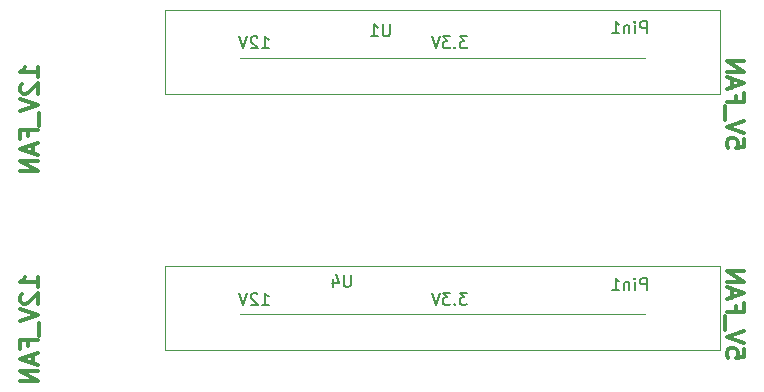
<source format=gbr>
%TF.GenerationSoftware,KiCad,Pcbnew,(5.1.10)-1*%
%TF.CreationDate,2021-07-16T07:11:48+08:00*%
%TF.ProjectId,2.5_SAS_Backend,322e355f-5341-4535-9f42-61636b656e64,rev?*%
%TF.SameCoordinates,Original*%
%TF.FileFunction,Legend,Bot*%
%TF.FilePolarity,Positive*%
%FSLAX46Y46*%
G04 Gerber Fmt 4.6, Leading zero omitted, Abs format (unit mm)*
G04 Created by KiCad (PCBNEW (5.1.10)-1) date 2021-07-16 07:11:48*
%MOMM*%
%LPD*%
G01*
G04 APERTURE LIST*
%ADD10C,0.300000*%
%ADD11C,0.120000*%
%ADD12C,0.150000*%
G04 APERTURE END LIST*
D10*
X37508571Y-35798571D02*
X37508571Y-34941428D01*
X37508571Y-35370000D02*
X36008571Y-35370000D01*
X36222857Y-35227142D01*
X36365714Y-35084285D01*
X36437142Y-34941428D01*
X36151428Y-36370000D02*
X36080000Y-36441428D01*
X36008571Y-36584285D01*
X36008571Y-36941428D01*
X36080000Y-37084285D01*
X36151428Y-37155714D01*
X36294285Y-37227142D01*
X36437142Y-37227142D01*
X36651428Y-37155714D01*
X37508571Y-36298571D01*
X37508571Y-37227142D01*
X36008571Y-37655714D02*
X37508571Y-38155714D01*
X36008571Y-38655714D01*
X37651428Y-38798571D02*
X37651428Y-39941428D01*
X36722857Y-40798571D02*
X36722857Y-40298571D01*
X37508571Y-40298571D02*
X36008571Y-40298571D01*
X36008571Y-41012857D01*
X37080000Y-41512857D02*
X37080000Y-42227142D01*
X37508571Y-41370000D02*
X36008571Y-41870000D01*
X37508571Y-42370000D01*
X37508571Y-42870000D02*
X36008571Y-42870000D01*
X37508571Y-43727142D01*
X36008571Y-43727142D01*
X37508571Y-53578571D02*
X37508571Y-52721428D01*
X37508571Y-53150000D02*
X36008571Y-53150000D01*
X36222857Y-53007142D01*
X36365714Y-52864285D01*
X36437142Y-52721428D01*
X36151428Y-54150000D02*
X36080000Y-54221428D01*
X36008571Y-54364285D01*
X36008571Y-54721428D01*
X36080000Y-54864285D01*
X36151428Y-54935714D01*
X36294285Y-55007142D01*
X36437142Y-55007142D01*
X36651428Y-54935714D01*
X37508571Y-54078571D01*
X37508571Y-55007142D01*
X36008571Y-55435714D02*
X37508571Y-55935714D01*
X36008571Y-56435714D01*
X37651428Y-56578571D02*
X37651428Y-57721428D01*
X36722857Y-58578571D02*
X36722857Y-58078571D01*
X37508571Y-58078571D02*
X36008571Y-58078571D01*
X36008571Y-58792857D01*
X37080000Y-59292857D02*
X37080000Y-60007142D01*
X37508571Y-59150000D02*
X36008571Y-59650000D01*
X37508571Y-60150000D01*
X37508571Y-60650000D02*
X36008571Y-60650000D01*
X37508571Y-61507142D01*
X36008571Y-61507142D01*
X97341428Y-58808571D02*
X97341428Y-59522857D01*
X96627142Y-59594285D01*
X96698571Y-59522857D01*
X96770000Y-59380000D01*
X96770000Y-59022857D01*
X96698571Y-58880000D01*
X96627142Y-58808571D01*
X96484285Y-58737142D01*
X96127142Y-58737142D01*
X95984285Y-58808571D01*
X95912857Y-58880000D01*
X95841428Y-59022857D01*
X95841428Y-59380000D01*
X95912857Y-59522857D01*
X95984285Y-59594285D01*
X97341428Y-58308571D02*
X95841428Y-57808571D01*
X97341428Y-57308571D01*
X95698571Y-57165714D02*
X95698571Y-56022857D01*
X96627142Y-55165714D02*
X96627142Y-55665714D01*
X95841428Y-55665714D02*
X97341428Y-55665714D01*
X97341428Y-54951428D01*
X96270000Y-54451428D02*
X96270000Y-53737142D01*
X95841428Y-54594285D02*
X97341428Y-54094285D01*
X95841428Y-53594285D01*
X95841428Y-53094285D02*
X97341428Y-53094285D01*
X95841428Y-52237142D01*
X97341428Y-52237142D01*
X97341428Y-41028571D02*
X97341428Y-41742857D01*
X96627142Y-41814285D01*
X96698571Y-41742857D01*
X96770000Y-41600000D01*
X96770000Y-41242857D01*
X96698571Y-41100000D01*
X96627142Y-41028571D01*
X96484285Y-40957142D01*
X96127142Y-40957142D01*
X95984285Y-41028571D01*
X95912857Y-41100000D01*
X95841428Y-41242857D01*
X95841428Y-41600000D01*
X95912857Y-41742857D01*
X95984285Y-41814285D01*
X97341428Y-40528571D02*
X95841428Y-40028571D01*
X97341428Y-39528571D01*
X95698571Y-39385714D02*
X95698571Y-38242857D01*
X96627142Y-37385714D02*
X96627142Y-37885714D01*
X95841428Y-37885714D02*
X97341428Y-37885714D01*
X97341428Y-37171428D01*
X96270000Y-36671428D02*
X96270000Y-35957142D01*
X95841428Y-36814285D02*
X97341428Y-36314285D01*
X95841428Y-35814285D01*
X95841428Y-35314285D02*
X97341428Y-35314285D01*
X95841428Y-34457142D01*
X97341428Y-34457142D01*
D11*
%TO.C,U1*%
X48260000Y-36703000D02*
X48260000Y-31623000D01*
X48260000Y-31623000D02*
X48260000Y-30099000D01*
X48260000Y-30099000D02*
X95250000Y-30099000D01*
X95250000Y-30099000D02*
X95250000Y-37211000D01*
X95250000Y-37211000D02*
X48260000Y-37211000D01*
X48260000Y-37211000D02*
X48260000Y-36703000D01*
X54610000Y-34163000D02*
X88900000Y-34163000D01*
%TO.C,U4*%
X48260000Y-58420000D02*
X48260000Y-53340000D01*
X48260000Y-53340000D02*
X48260000Y-51816000D01*
X48260000Y-51816000D02*
X95250000Y-51816000D01*
X95250000Y-51816000D02*
X95250000Y-58928000D01*
X95250000Y-58928000D02*
X48260000Y-58928000D01*
X48260000Y-58928000D02*
X48260000Y-58420000D01*
X54610000Y-55880000D02*
X88900000Y-55880000D01*
%TO.C,U1*%
D12*
X67309904Y-31329380D02*
X67309904Y-32138904D01*
X67262285Y-32234142D01*
X67214666Y-32281761D01*
X67119428Y-32329380D01*
X66928952Y-32329380D01*
X66833714Y-32281761D01*
X66786095Y-32234142D01*
X66738476Y-32138904D01*
X66738476Y-31329380D01*
X65738476Y-32329380D02*
X66309904Y-32329380D01*
X66024190Y-32329380D02*
X66024190Y-31329380D01*
X66119428Y-31472238D01*
X66214666Y-31567476D01*
X66309904Y-31615095D01*
X56499047Y-33345380D02*
X57070476Y-33345380D01*
X56784761Y-33345380D02*
X56784761Y-32345380D01*
X56880000Y-32488238D01*
X56975238Y-32583476D01*
X57070476Y-32631095D01*
X56118095Y-32440619D02*
X56070476Y-32393000D01*
X55975238Y-32345380D01*
X55737142Y-32345380D01*
X55641904Y-32393000D01*
X55594285Y-32440619D01*
X55546666Y-32535857D01*
X55546666Y-32631095D01*
X55594285Y-32773952D01*
X56165714Y-33345380D01*
X55546666Y-33345380D01*
X55260952Y-32345380D02*
X54927619Y-33345380D01*
X54594285Y-32345380D01*
X73866190Y-32345380D02*
X73247142Y-32345380D01*
X73580476Y-32726333D01*
X73437619Y-32726333D01*
X73342380Y-32773952D01*
X73294761Y-32821571D01*
X73247142Y-32916809D01*
X73247142Y-33154904D01*
X73294761Y-33250142D01*
X73342380Y-33297761D01*
X73437619Y-33345380D01*
X73723333Y-33345380D01*
X73818571Y-33297761D01*
X73866190Y-33250142D01*
X72818571Y-33250142D02*
X72770952Y-33297761D01*
X72818571Y-33345380D01*
X72866190Y-33297761D01*
X72818571Y-33250142D01*
X72818571Y-33345380D01*
X72437619Y-32345380D02*
X71818571Y-32345380D01*
X72151904Y-32726333D01*
X72009047Y-32726333D01*
X71913809Y-32773952D01*
X71866190Y-32821571D01*
X71818571Y-32916809D01*
X71818571Y-33154904D01*
X71866190Y-33250142D01*
X71913809Y-33297761D01*
X72009047Y-33345380D01*
X72294761Y-33345380D01*
X72390000Y-33297761D01*
X72437619Y-33250142D01*
X71532857Y-32345380D02*
X71199523Y-33345380D01*
X70866190Y-32345380D01*
X89058571Y-32075380D02*
X89058571Y-31075380D01*
X88677619Y-31075380D01*
X88582380Y-31123000D01*
X88534761Y-31170619D01*
X88487142Y-31265857D01*
X88487142Y-31408714D01*
X88534761Y-31503952D01*
X88582380Y-31551571D01*
X88677619Y-31599190D01*
X89058571Y-31599190D01*
X88058571Y-32075380D02*
X88058571Y-31408714D01*
X88058571Y-31075380D02*
X88106190Y-31123000D01*
X88058571Y-31170619D01*
X88010952Y-31123000D01*
X88058571Y-31075380D01*
X88058571Y-31170619D01*
X87582380Y-31408714D02*
X87582380Y-32075380D01*
X87582380Y-31503952D02*
X87534761Y-31456333D01*
X87439523Y-31408714D01*
X87296666Y-31408714D01*
X87201428Y-31456333D01*
X87153809Y-31551571D01*
X87153809Y-32075380D01*
X86153809Y-32075380D02*
X86725238Y-32075380D01*
X86439523Y-32075380D02*
X86439523Y-31075380D01*
X86534761Y-31218238D01*
X86630000Y-31313476D01*
X86725238Y-31361095D01*
%TO.C,U4*%
X64007904Y-52538380D02*
X64007904Y-53347904D01*
X63960285Y-53443142D01*
X63912666Y-53490761D01*
X63817428Y-53538380D01*
X63626952Y-53538380D01*
X63531714Y-53490761D01*
X63484095Y-53443142D01*
X63436476Y-53347904D01*
X63436476Y-52538380D01*
X62531714Y-52871714D02*
X62531714Y-53538380D01*
X62769809Y-52490761D02*
X63007904Y-53205047D01*
X62388857Y-53205047D01*
X56499047Y-55062380D02*
X57070476Y-55062380D01*
X56784761Y-55062380D02*
X56784761Y-54062380D01*
X56880000Y-54205238D01*
X56975238Y-54300476D01*
X57070476Y-54348095D01*
X56118095Y-54157619D02*
X56070476Y-54110000D01*
X55975238Y-54062380D01*
X55737142Y-54062380D01*
X55641904Y-54110000D01*
X55594285Y-54157619D01*
X55546666Y-54252857D01*
X55546666Y-54348095D01*
X55594285Y-54490952D01*
X56165714Y-55062380D01*
X55546666Y-55062380D01*
X55260952Y-54062380D02*
X54927619Y-55062380D01*
X54594285Y-54062380D01*
X73866190Y-54062380D02*
X73247142Y-54062380D01*
X73580476Y-54443333D01*
X73437619Y-54443333D01*
X73342380Y-54490952D01*
X73294761Y-54538571D01*
X73247142Y-54633809D01*
X73247142Y-54871904D01*
X73294761Y-54967142D01*
X73342380Y-55014761D01*
X73437619Y-55062380D01*
X73723333Y-55062380D01*
X73818571Y-55014761D01*
X73866190Y-54967142D01*
X72818571Y-54967142D02*
X72770952Y-55014761D01*
X72818571Y-55062380D01*
X72866190Y-55014761D01*
X72818571Y-54967142D01*
X72818571Y-55062380D01*
X72437619Y-54062380D02*
X71818571Y-54062380D01*
X72151904Y-54443333D01*
X72009047Y-54443333D01*
X71913809Y-54490952D01*
X71866190Y-54538571D01*
X71818571Y-54633809D01*
X71818571Y-54871904D01*
X71866190Y-54967142D01*
X71913809Y-55014761D01*
X72009047Y-55062380D01*
X72294761Y-55062380D01*
X72390000Y-55014761D01*
X72437619Y-54967142D01*
X71532857Y-54062380D02*
X71199523Y-55062380D01*
X70866190Y-54062380D01*
X89058571Y-53792380D02*
X89058571Y-52792380D01*
X88677619Y-52792380D01*
X88582380Y-52840000D01*
X88534761Y-52887619D01*
X88487142Y-52982857D01*
X88487142Y-53125714D01*
X88534761Y-53220952D01*
X88582380Y-53268571D01*
X88677619Y-53316190D01*
X89058571Y-53316190D01*
X88058571Y-53792380D02*
X88058571Y-53125714D01*
X88058571Y-52792380D02*
X88106190Y-52840000D01*
X88058571Y-52887619D01*
X88010952Y-52840000D01*
X88058571Y-52792380D01*
X88058571Y-52887619D01*
X87582380Y-53125714D02*
X87582380Y-53792380D01*
X87582380Y-53220952D02*
X87534761Y-53173333D01*
X87439523Y-53125714D01*
X87296666Y-53125714D01*
X87201428Y-53173333D01*
X87153809Y-53268571D01*
X87153809Y-53792380D01*
X86153809Y-53792380D02*
X86725238Y-53792380D01*
X86439523Y-53792380D02*
X86439523Y-52792380D01*
X86534761Y-52935238D01*
X86630000Y-53030476D01*
X86725238Y-53078095D01*
%TD*%
M02*

</source>
